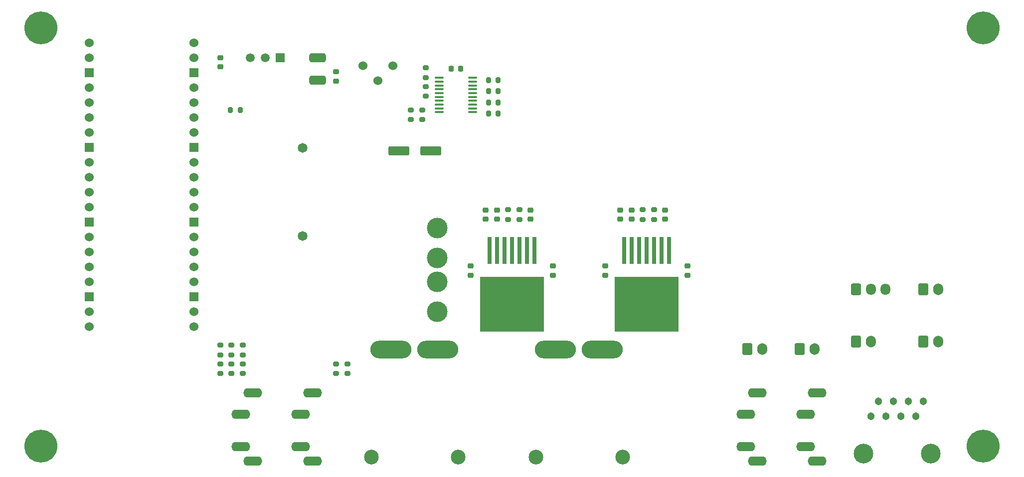
<source format=gbr>
%TF.GenerationSoftware,KiCad,Pcbnew,6.0.2+dfsg-1*%
%TF.CreationDate,2022-12-07T15:13:49-05:00*%
%TF.ProjectId,dragon-lair-board,64726167-6f6e-42d6-9c61-69722d626f61,rev?*%
%TF.SameCoordinates,Original*%
%TF.FileFunction,Soldermask,Top*%
%TF.FilePolarity,Negative*%
%FSLAX46Y46*%
G04 Gerber Fmt 4.6, Leading zero omitted, Abs format (unit mm)*
G04 Created by KiCad (PCBNEW 6.0.2+dfsg-1) date 2022-12-07 15:13:49*
%MOMM*%
%LPD*%
G01*
G04 APERTURE LIST*
G04 Aperture macros list*
%AMRoundRect*
0 Rectangle with rounded corners*
0 $1 Rounding radius*
0 $2 $3 $4 $5 $6 $7 $8 $9 X,Y pos of 4 corners*
0 Add a 4 corners polygon primitive as box body*
4,1,4,$2,$3,$4,$5,$6,$7,$8,$9,$2,$3,0*
0 Add four circle primitives for the rounded corners*
1,1,$1+$1,$2,$3*
1,1,$1+$1,$4,$5*
1,1,$1+$1,$6,$7*
1,1,$1+$1,$8,$9*
0 Add four rect primitives between the rounded corners*
20,1,$1+$1,$2,$3,$4,$5,0*
20,1,$1+$1,$4,$5,$6,$7,0*
20,1,$1+$1,$6,$7,$8,$9,0*
20,1,$1+$1,$8,$9,$2,$3,0*%
G04 Aperture macros list end*
%ADD10C,1.651000*%
%ADD11RoundRect,0.200000X0.275000X-0.200000X0.275000X0.200000X-0.275000X0.200000X-0.275000X-0.200000X0*%
%ADD12R,0.800000X4.600000*%
%ADD13R,10.800000X9.400000*%
%ADD14RoundRect,0.200000X0.200000X0.275000X-0.200000X0.275000X-0.200000X-0.275000X0.200000X-0.275000X0*%
%ADD15RoundRect,0.200000X-0.275000X0.200000X-0.275000X-0.200000X0.275000X-0.200000X0.275000X0.200000X0*%
%ADD16RoundRect,0.250000X-0.600000X-0.750000X0.600000X-0.750000X0.600000X0.750000X-0.600000X0.750000X0*%
%ADD17O,1.700000X2.000000*%
%ADD18RoundRect,0.225000X-0.250000X0.225000X-0.250000X-0.225000X0.250000X-0.225000X0.250000X0.225000X0*%
%ADD19RoundRect,0.225000X0.250000X-0.225000X0.250000X0.225000X-0.250000X0.225000X-0.250000X-0.225000X0*%
%ADD20O,3.200000X1.600000*%
%ADD21C,5.600000*%
%ADD22RoundRect,0.250000X1.500000X0.550000X-1.500000X0.550000X-1.500000X-0.550000X1.500000X-0.550000X0*%
%ADD23C,1.524000*%
%ADD24RoundRect,0.400000X-1.000000X0.400000X-1.000000X-0.400000X1.000000X-0.400000X1.000000X0.400000X0*%
%ADD25C,3.350000*%
%ADD26C,1.303000*%
%ADD27RoundRect,0.200000X-0.200000X-0.275000X0.200000X-0.275000X0.200000X0.275000X-0.200000X0.275000X0*%
%ADD28RoundRect,0.250000X-0.600000X-0.725000X0.600000X-0.725000X0.600000X0.725000X-0.600000X0.725000X0*%
%ADD29O,1.700000X1.950000*%
%ADD30C,3.500000*%
%ADD31R,1.524000X1.524000*%
%ADD32C,2.500000*%
%ADD33O,7.000000X3.000000*%
%ADD34RoundRect,0.100000X-0.637500X-0.100000X0.637500X-0.100000X0.637500X0.100000X-0.637500X0.100000X0*%
%ADD35RoundRect,0.225000X0.225000X0.250000X-0.225000X0.250000X-0.225000X-0.250000X0.225000X-0.250000X0*%
%ADD36R,1.508000X1.508000*%
%ADD37C,1.508000*%
G04 APERTURE END LIST*
D10*
%TO.C,BZ1*%
X77470000Y-76320000D03*
X77470000Y-91320000D03*
%TD*%
D11*
%TO.C,R3*%
X97790000Y-71500000D03*
X97790000Y-69850000D03*
%TD*%
D12*
%TO.C,Q1*%
X139700000Y-93720000D03*
X138430000Y-93720000D03*
X137160000Y-93720000D03*
X135890000Y-93720000D03*
X134620000Y-93720000D03*
X133350000Y-93720000D03*
X132080000Y-93720000D03*
D13*
X135890000Y-102870000D03*
%TD*%
D14*
%TO.C,R14*%
X110680000Y-70485000D03*
X109030000Y-70485000D03*
%TD*%
D15*
%TO.C,R2*%
X63500000Y-109855000D03*
X63500000Y-111505000D03*
%TD*%
D16*
%TO.C,J5*%
X182880000Y-109220000D03*
D17*
X185380000Y-109220000D03*
%TD*%
D16*
%TO.C,J4*%
X182880000Y-100330000D03*
D17*
X185380000Y-100330000D03*
%TD*%
D18*
%TO.C,C2*%
X63500000Y-60960000D03*
X63500000Y-62510000D03*
%TD*%
D11*
%TO.C,R20*%
X65405000Y-111505000D03*
X65405000Y-109855000D03*
%TD*%
%TO.C,R13*%
X95885000Y-71500000D03*
X95885000Y-69850000D03*
%TD*%
D15*
%TO.C,R19*%
X67310000Y-109855000D03*
X67310000Y-111505000D03*
%TD*%
D19*
%TO.C,C5*%
X108585000Y-88405000D03*
X108585000Y-86855000D03*
%TD*%
D20*
%TO.C,J9*%
X164872500Y-129530000D03*
X162872500Y-127130000D03*
X162872500Y-121630000D03*
X164872500Y-117930000D03*
%TD*%
D21*
%TO.C,H4*%
X193040000Y-127000000D03*
%TD*%
D19*
%TO.C,C9*%
X142875000Y-97930000D03*
X142875000Y-96380000D03*
%TD*%
D21*
%TO.C,H2*%
X33020000Y-127000000D03*
%TD*%
D11*
%TO.C,R16*%
X137160000Y-88455000D03*
X137160000Y-86805000D03*
%TD*%
D16*
%TO.C,J2*%
X153035000Y-110490000D03*
D17*
X155535000Y-110490000D03*
%TD*%
D22*
%TO.C,C4*%
X99220000Y-76835000D03*
X93820000Y-76835000D03*
%TD*%
D19*
%TO.C,C14*%
X110490000Y-88405000D03*
X110490000Y-86855000D03*
%TD*%
D15*
%TO.C,R21*%
X67310000Y-113030000D03*
X67310000Y-114680000D03*
%TD*%
D21*
%TO.C,H3*%
X33020000Y-55880000D03*
%TD*%
D23*
%TO.C,RV1*%
X87725000Y-62325000D03*
X90265000Y-64865000D03*
X92805000Y-62325000D03*
%TD*%
D21*
%TO.C,H1*%
X193040000Y-55880000D03*
%TD*%
D11*
%TO.C,R18*%
X112395000Y-88455000D03*
X112395000Y-86805000D03*
%TD*%
D24*
%TO.C,D1*%
X80010000Y-60960000D03*
X80010000Y-64760000D03*
%TD*%
D14*
%TO.C,R9*%
X110680000Y-66675000D03*
X109030000Y-66675000D03*
%TD*%
D11*
%TO.C,R22*%
X65405000Y-114680000D03*
X65405000Y-113030000D03*
%TD*%
D20*
%TO.C,J10*%
X154712500Y-129530000D03*
X152712500Y-127130000D03*
X152712500Y-121630000D03*
X154712500Y-117930000D03*
%TD*%
D11*
%TO.C,R15*%
X135255000Y-88455000D03*
X135255000Y-86805000D03*
%TD*%
D14*
%TO.C,R12*%
X110680000Y-68580000D03*
X109030000Y-68580000D03*
%TD*%
D19*
%TO.C,C1*%
X83185000Y-64910000D03*
X83185000Y-63360000D03*
%TD*%
D11*
%TO.C,R6*%
X83185000Y-114680000D03*
X83185000Y-113030000D03*
%TD*%
D25*
%TO.C,J15*%
X172719000Y-128270000D03*
X184151000Y-128270000D03*
D26*
X173990000Y-121920000D03*
X175260000Y-119380000D03*
X176530000Y-121920000D03*
X177800000Y-119380000D03*
X179070000Y-121920000D03*
X180340000Y-119380000D03*
X181610000Y-121920000D03*
X182880000Y-119380000D03*
%TD*%
D19*
%TO.C,C6*%
X131445000Y-88405000D03*
X131445000Y-86855000D03*
%TD*%
D16*
%TO.C,J6*%
X171450000Y-109220000D03*
D17*
X173950000Y-109220000D03*
%TD*%
D27*
%TO.C,R11*%
X65215000Y-69850000D03*
X66865000Y-69850000D03*
%TD*%
D19*
%TO.C,C12*%
X139065000Y-88405000D03*
X139065000Y-86855000D03*
%TD*%
D11*
%TO.C,R5*%
X85090000Y-114680000D03*
X85090000Y-113030000D03*
%TD*%
D28*
%TO.C,J1*%
X171450000Y-100330000D03*
D29*
X173950000Y-100330000D03*
X176450000Y-100330000D03*
%TD*%
D11*
%TO.C,R10*%
X98425000Y-67500000D03*
X98425000Y-65850000D03*
%TD*%
D16*
%TO.C,J3*%
X161925000Y-110490000D03*
D17*
X164425000Y-110490000D03*
%TD*%
D18*
%TO.C,C7*%
X128905000Y-96380000D03*
X128905000Y-97930000D03*
%TD*%
D11*
%TO.C,R17*%
X114300000Y-88455000D03*
X114300000Y-86805000D03*
%TD*%
D20*
%TO.C,J8*%
X68987500Y-129530000D03*
X66987500Y-127130000D03*
X66987500Y-121630000D03*
X68987500Y-117930000D03*
%TD*%
D30*
%TO.C,F1*%
X100330000Y-104140000D03*
X100330000Y-99060000D03*
X100330000Y-95000000D03*
X100330000Y-89920000D03*
%TD*%
D19*
%TO.C,C11*%
X133350000Y-88405000D03*
X133350000Y-86855000D03*
%TD*%
D12*
%TO.C,Q2*%
X116840000Y-93720000D03*
X115570000Y-93720000D03*
X114300000Y-93720000D03*
X113030000Y-93720000D03*
X111760000Y-93720000D03*
X110490000Y-93720000D03*
X109220000Y-93720000D03*
D13*
X113030000Y-102870000D03*
%TD*%
D15*
%TO.C,R8*%
X98425000Y-62675000D03*
X98425000Y-64325000D03*
%TD*%
D14*
%TO.C,R7*%
X110680000Y-64770000D03*
X109030000Y-64770000D03*
%TD*%
D23*
%TO.C,U1*%
X41275000Y-58420000D03*
X41275000Y-60960000D03*
D31*
X41275000Y-63500000D03*
D23*
X41275000Y-66040000D03*
X41275000Y-68580000D03*
X41275000Y-71120000D03*
X41275000Y-73660000D03*
D31*
X41275000Y-76200000D03*
D23*
X41275000Y-78740000D03*
X41275000Y-81280000D03*
X41275000Y-83820000D03*
X41275000Y-86360000D03*
D31*
X41275000Y-88900000D03*
D23*
X41275000Y-91440000D03*
X41275000Y-93980000D03*
X41275000Y-96520000D03*
X41275000Y-99060000D03*
D31*
X41275000Y-101600000D03*
D23*
X41275000Y-104140000D03*
X41275000Y-106680000D03*
X59055000Y-106680000D03*
X59055000Y-104140000D03*
D31*
X59055000Y-101600000D03*
D23*
X59055000Y-99060000D03*
X59055000Y-96520000D03*
X59055000Y-93980000D03*
X59055000Y-91440000D03*
D31*
X59055000Y-88900000D03*
D23*
X59055000Y-86360000D03*
X59055000Y-83820000D03*
X59055000Y-81280000D03*
X59055000Y-78740000D03*
D31*
X59055000Y-76200000D03*
D23*
X59055000Y-73660000D03*
X59055000Y-71120000D03*
X59055000Y-68580000D03*
X59055000Y-66040000D03*
D31*
X59055000Y-63500000D03*
D23*
X59055000Y-60960000D03*
X59055000Y-58420000D03*
%TD*%
D19*
%TO.C,C13*%
X116205000Y-88405000D03*
X116205000Y-86855000D03*
%TD*%
%TO.C,C10*%
X120015000Y-97930000D03*
X120015000Y-96380000D03*
%TD*%
D32*
%TO.C,J11*%
X103846000Y-128838000D03*
X89114000Y-128838000D03*
D33*
X100417000Y-110550000D03*
X92416000Y-110550000D03*
%TD*%
D34*
%TO.C,U7*%
X100642500Y-64385000D03*
X100642500Y-65035000D03*
X100642500Y-65685000D03*
X100642500Y-66335000D03*
X100642500Y-66985000D03*
X100642500Y-67635000D03*
X100642500Y-68285000D03*
X100642500Y-68935000D03*
X100642500Y-69585000D03*
X100642500Y-70235000D03*
X106367500Y-70235000D03*
X106367500Y-69585000D03*
X106367500Y-68935000D03*
X106367500Y-68285000D03*
X106367500Y-67635000D03*
X106367500Y-66985000D03*
X106367500Y-66335000D03*
X106367500Y-65685000D03*
X106367500Y-65035000D03*
X106367500Y-64385000D03*
%TD*%
D32*
%TO.C,J13*%
X131786000Y-128838000D03*
X117054000Y-128838000D03*
D33*
X128357000Y-110550000D03*
X120356000Y-110550000D03*
%TD*%
D15*
%TO.C,R1*%
X63500000Y-113030000D03*
X63500000Y-114680000D03*
%TD*%
D35*
%TO.C,C3*%
X104280000Y-62865000D03*
X102730000Y-62865000D03*
%TD*%
D18*
%TO.C,C8*%
X106045000Y-96380000D03*
X106045000Y-97930000D03*
%TD*%
D20*
%TO.C,J7*%
X79147500Y-129530000D03*
X77147500Y-127130000D03*
X77147500Y-121630000D03*
X79147500Y-117930000D03*
%TD*%
D36*
%TO.C,PS1*%
X73660000Y-60960000D03*
D37*
X71120000Y-60960000D03*
X68580000Y-60960000D03*
%TD*%
M02*

</source>
